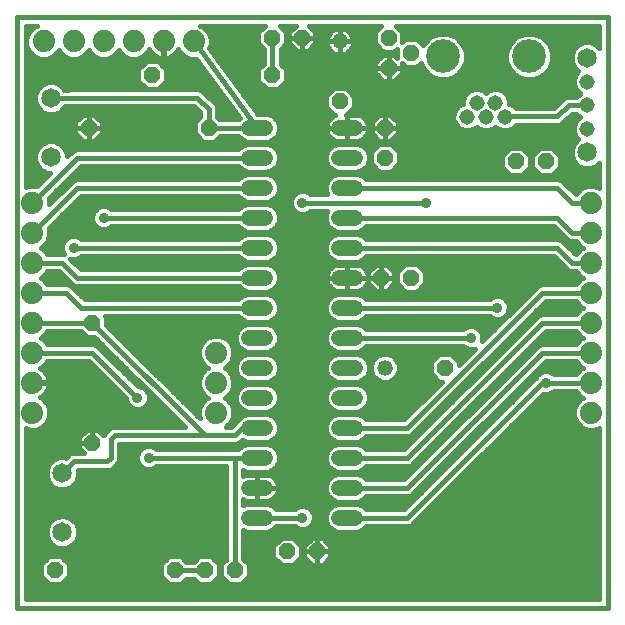
<source format=gtl>
G75*
%MOIN*%
%OFA0B0*%
%FSLAX25Y25*%
%IPPOS*%
%LPD*%
%AMOC8*
5,1,8,0,0,1.08239X$1,22.5*
%
%ADD10C,0.01600*%
%ADD11C,0.05200*%
%ADD12OC8,0.05200*%
%ADD13C,0.07400*%
%ADD14C,0.05200*%
%ADD15C,0.05150*%
%ADD16C,0.11220*%
%ADD17C,0.06496*%
%ADD18C,0.03562*%
D10*
X0021800Y0021800D02*
X0218650Y0021800D01*
X0218650Y0218650D01*
X0021800Y0218650D01*
X0021800Y0021800D01*
X0024600Y0024600D02*
X0024600Y0081542D01*
X0025666Y0081100D01*
X0027934Y0081100D01*
X0030029Y0081968D01*
X0031632Y0083571D01*
X0032500Y0085666D01*
X0032500Y0087934D01*
X0031632Y0090029D01*
X0030029Y0091632D01*
X0029336Y0091919D01*
X0029683Y0092096D01*
X0030383Y0092605D01*
X0030995Y0093217D01*
X0031504Y0093917D01*
X0031897Y0094689D01*
X0032165Y0095512D01*
X0032300Y0096367D01*
X0032300Y0096600D01*
X0027000Y0096600D01*
X0027000Y0097000D01*
X0032300Y0097000D01*
X0032300Y0097233D01*
X0032165Y0098088D01*
X0031897Y0098911D01*
X0031504Y0099683D01*
X0030995Y0100383D01*
X0030383Y0100995D01*
X0029683Y0101504D01*
X0029336Y0101681D01*
X0030029Y0101968D01*
X0031632Y0103571D01*
X0031810Y0104000D01*
X0045640Y0104000D01*
X0058019Y0091621D01*
X0058019Y0091048D01*
X0058595Y0089658D01*
X0059658Y0088595D01*
X0061048Y0088019D01*
X0062552Y0088019D01*
X0063942Y0088595D01*
X0065005Y0089658D01*
X0065581Y0091048D01*
X0065581Y0092552D01*
X0065005Y0093942D01*
X0063942Y0095005D01*
X0062552Y0095581D01*
X0061979Y0095581D01*
X0048386Y0109174D01*
X0047357Y0109600D01*
X0031810Y0109600D01*
X0031632Y0110029D01*
X0030029Y0111632D01*
X0029624Y0111800D01*
X0030029Y0111968D01*
X0031632Y0113571D01*
X0031810Y0114000D01*
X0043095Y0114000D01*
X0044895Y0112200D01*
X0047440Y0112200D01*
X0077540Y0082100D01*
X0053743Y0082100D01*
X0052714Y0081674D01*
X0051926Y0080886D01*
X0050676Y0079636D01*
X0050533Y0079290D01*
X0048623Y0081200D01*
X0046800Y0081200D01*
X0046800Y0076800D01*
X0046800Y0076800D01*
X0046800Y0076800D01*
X0042400Y0076800D01*
X0042400Y0078623D01*
X0044977Y0081200D01*
X0046800Y0081200D01*
X0046800Y0076800D01*
X0042400Y0076800D01*
X0042400Y0074977D01*
X0044027Y0073350D01*
X0040151Y0073350D01*
X0039121Y0072924D01*
X0038334Y0072136D01*
X0038017Y0071819D01*
X0037844Y0071891D01*
X0035756Y0071891D01*
X0033827Y0071092D01*
X0032351Y0069615D01*
X0031552Y0067686D01*
X0031552Y0065599D01*
X0032351Y0063670D01*
X0033827Y0062193D01*
X0035756Y0061394D01*
X0037844Y0061394D01*
X0039773Y0062193D01*
X0041249Y0063670D01*
X0042048Y0065599D01*
X0042048Y0067686D01*
X0042022Y0067750D01*
X0052357Y0067750D01*
X0053386Y0068176D01*
X0054636Y0069426D01*
X0055424Y0070214D01*
X0055850Y0071243D01*
X0055850Y0076500D01*
X0094857Y0076500D01*
X0095886Y0076926D01*
X0096782Y0077822D01*
X0098285Y0077200D01*
X0105315Y0077200D01*
X0107006Y0077900D01*
X0108300Y0079194D01*
X0109000Y0080885D01*
X0109000Y0082715D01*
X0108300Y0084406D01*
X0107006Y0085700D01*
X0105315Y0086400D01*
X0098285Y0086400D01*
X0096594Y0085700D01*
X0095300Y0084406D01*
X0095197Y0084157D01*
X0094426Y0083386D01*
X0093140Y0082100D01*
X0091411Y0082100D01*
X0092882Y0083571D01*
X0093750Y0085666D01*
X0093750Y0087934D01*
X0092882Y0090029D01*
X0091279Y0091632D01*
X0090874Y0091800D01*
X0091279Y0091968D01*
X0092882Y0093571D01*
X0093750Y0095666D01*
X0093750Y0097934D01*
X0092882Y0100029D01*
X0091279Y0101632D01*
X0090874Y0101800D01*
X0091279Y0101968D01*
X0092882Y0103571D01*
X0093750Y0105666D01*
X0093750Y0107934D01*
X0092882Y0110029D01*
X0091279Y0111632D01*
X0089184Y0112500D01*
X0086916Y0112500D01*
X0084821Y0111632D01*
X0083218Y0110029D01*
X0082350Y0107934D01*
X0082350Y0105666D01*
X0083218Y0103571D01*
X0084821Y0101968D01*
X0085226Y0101800D01*
X0084821Y0101632D01*
X0083218Y0100029D01*
X0082350Y0097934D01*
X0082350Y0095666D01*
X0083218Y0093571D01*
X0084821Y0091968D01*
X0085226Y0091800D01*
X0084821Y0091632D01*
X0083218Y0090029D01*
X0082350Y0087934D01*
X0082350Y0085666D01*
X0082673Y0084887D01*
X0051400Y0116160D01*
X0051400Y0118705D01*
X0051105Y0119000D01*
X0095495Y0119000D01*
X0096594Y0117900D01*
X0098285Y0117200D01*
X0105315Y0117200D01*
X0107006Y0117900D01*
X0108300Y0119194D01*
X0109000Y0120885D01*
X0109000Y0122715D01*
X0108300Y0124406D01*
X0107006Y0125700D01*
X0105315Y0126400D01*
X0098285Y0126400D01*
X0096594Y0125700D01*
X0095495Y0124600D01*
X0044210Y0124600D01*
X0040424Y0128386D01*
X0039636Y0129174D01*
X0038607Y0129600D01*
X0031810Y0129600D01*
X0031632Y0130029D01*
X0030029Y0131632D01*
X0029624Y0131800D01*
X0030029Y0131968D01*
X0031632Y0133571D01*
X0031810Y0134000D01*
X0035640Y0134000D01*
X0040214Y0129426D01*
X0041243Y0129000D01*
X0095495Y0129000D01*
X0096594Y0127900D01*
X0098285Y0127200D01*
X0105315Y0127200D01*
X0107006Y0127900D01*
X0108300Y0129194D01*
X0109000Y0130885D01*
X0109000Y0132715D01*
X0108300Y0134406D01*
X0107006Y0135700D01*
X0105315Y0136400D01*
X0098285Y0136400D01*
X0096594Y0135700D01*
X0095495Y0134600D01*
X0042960Y0134600D01*
X0039359Y0138201D01*
X0039798Y0138019D01*
X0041302Y0138019D01*
X0042692Y0138595D01*
X0043097Y0139000D01*
X0095495Y0139000D01*
X0096594Y0137900D01*
X0098285Y0137200D01*
X0105315Y0137200D01*
X0107006Y0137900D01*
X0108300Y0139194D01*
X0109000Y0140885D01*
X0109000Y0142715D01*
X0108300Y0144406D01*
X0107006Y0145700D01*
X0105315Y0146400D01*
X0098285Y0146400D01*
X0096594Y0145700D01*
X0095495Y0144600D01*
X0043097Y0144600D01*
X0042692Y0145005D01*
X0041302Y0145581D01*
X0039798Y0145581D01*
X0038408Y0145005D01*
X0037345Y0143942D01*
X0036769Y0142552D01*
X0036769Y0141048D01*
X0037345Y0139658D01*
X0037435Y0139568D01*
X0037357Y0139600D01*
X0031810Y0139600D01*
X0031632Y0140029D01*
X0030029Y0141632D01*
X0029624Y0141800D01*
X0030029Y0141968D01*
X0031632Y0143571D01*
X0032500Y0145666D01*
X0032500Y0147934D01*
X0032322Y0148363D01*
X0042960Y0159000D01*
X0095495Y0159000D01*
X0096594Y0157900D01*
X0098285Y0157200D01*
X0105315Y0157200D01*
X0107006Y0157900D01*
X0108300Y0159194D01*
X0109000Y0160885D01*
X0109000Y0162715D01*
X0108300Y0164406D01*
X0107006Y0165700D01*
X0105315Y0166400D01*
X0098285Y0166400D01*
X0096594Y0165700D01*
X0095495Y0164600D01*
X0041243Y0164600D01*
X0040214Y0164174D01*
X0032500Y0156460D01*
X0032500Y0157934D01*
X0032322Y0158363D01*
X0042960Y0169000D01*
X0095495Y0169000D01*
X0096594Y0167900D01*
X0098285Y0167200D01*
X0105315Y0167200D01*
X0107006Y0167900D01*
X0108300Y0169194D01*
X0109000Y0170885D01*
X0109000Y0172715D01*
X0108300Y0174406D01*
X0107006Y0175700D01*
X0105315Y0176400D01*
X0098285Y0176400D01*
X0096594Y0175700D01*
X0095495Y0174600D01*
X0041243Y0174600D01*
X0040214Y0174174D01*
X0038298Y0172258D01*
X0038298Y0173001D01*
X0037499Y0174930D01*
X0036023Y0176407D01*
X0034094Y0177205D01*
X0032006Y0177205D01*
X0030077Y0176407D01*
X0028601Y0174930D01*
X0027802Y0173001D01*
X0027802Y0170914D01*
X0028601Y0168985D01*
X0030077Y0167508D01*
X0032006Y0166709D01*
X0032750Y0166709D01*
X0028363Y0162322D01*
X0027934Y0162500D01*
X0025666Y0162500D01*
X0024600Y0162058D01*
X0024600Y0215850D01*
X0028452Y0215850D01*
X0027321Y0215382D01*
X0025718Y0213779D01*
X0024850Y0211684D01*
X0024850Y0209416D01*
X0025718Y0207321D01*
X0027321Y0205718D01*
X0029416Y0204850D01*
X0031684Y0204850D01*
X0033779Y0205718D01*
X0035382Y0207321D01*
X0035550Y0207726D01*
X0035718Y0207321D01*
X0037321Y0205718D01*
X0039416Y0204850D01*
X0041684Y0204850D01*
X0043779Y0205718D01*
X0045382Y0207321D01*
X0045550Y0207726D01*
X0045718Y0207321D01*
X0047321Y0205718D01*
X0049416Y0204850D01*
X0051684Y0204850D01*
X0053779Y0205718D01*
X0055382Y0207321D01*
X0055550Y0207726D01*
X0055718Y0207321D01*
X0057321Y0205718D01*
X0059416Y0204850D01*
X0061684Y0204850D01*
X0063779Y0205718D01*
X0065382Y0207321D01*
X0065669Y0208014D01*
X0065846Y0207667D01*
X0066355Y0206967D01*
X0066967Y0206355D01*
X0067667Y0205846D01*
X0068439Y0205453D01*
X0069262Y0205185D01*
X0070117Y0205050D01*
X0070350Y0205050D01*
X0070350Y0210350D01*
X0070750Y0210350D01*
X0070750Y0205050D01*
X0070983Y0205050D01*
X0071838Y0205185D01*
X0072661Y0205453D01*
X0073433Y0205846D01*
X0074133Y0206355D01*
X0074745Y0206967D01*
X0075254Y0207667D01*
X0075431Y0208014D01*
X0075718Y0207321D01*
X0077321Y0205718D01*
X0079416Y0204850D01*
X0081281Y0204850D01*
X0095928Y0185034D01*
X0095495Y0184600D01*
X0089255Y0184600D01*
X0088350Y0185505D01*
X0088350Y0188607D01*
X0087924Y0189636D01*
X0084174Y0193386D01*
X0083386Y0194174D01*
X0082357Y0194600D01*
X0042173Y0194600D01*
X0042148Y0194610D01*
X0041617Y0194600D01*
X0041086Y0194600D01*
X0041061Y0194590D01*
X0037536Y0194525D01*
X0037499Y0194615D01*
X0036023Y0196092D01*
X0034094Y0196891D01*
X0032006Y0196891D01*
X0030077Y0196092D01*
X0028601Y0194615D01*
X0027802Y0192686D01*
X0027802Y0190599D01*
X0028601Y0188670D01*
X0030077Y0187193D01*
X0032006Y0186394D01*
X0034094Y0186394D01*
X0036023Y0187193D01*
X0037499Y0188670D01*
X0037605Y0188926D01*
X0041668Y0189000D01*
X0080640Y0189000D01*
X0082750Y0186890D01*
X0082750Y0185505D01*
X0080950Y0183705D01*
X0080950Y0179895D01*
X0083645Y0177200D01*
X0087455Y0177200D01*
X0089255Y0179000D01*
X0095495Y0179000D01*
X0096594Y0177900D01*
X0098285Y0177200D01*
X0105315Y0177200D01*
X0107006Y0177900D01*
X0108300Y0179194D01*
X0109000Y0180885D01*
X0109000Y0182715D01*
X0108300Y0184406D01*
X0107006Y0185700D01*
X0105315Y0186400D01*
X0101882Y0186400D01*
X0085754Y0208220D01*
X0086250Y0209416D01*
X0086250Y0211684D01*
X0085382Y0213779D01*
X0083779Y0215382D01*
X0082648Y0215850D01*
X0104345Y0215850D01*
X0102200Y0213705D01*
X0102200Y0209895D01*
X0104000Y0208095D01*
X0104000Y0203005D01*
X0102200Y0201205D01*
X0102200Y0197395D01*
X0104895Y0194700D01*
X0108705Y0194700D01*
X0111400Y0197395D01*
X0111400Y0201205D01*
X0109600Y0203005D01*
X0109600Y0208095D01*
X0111400Y0209895D01*
X0111400Y0213705D01*
X0109255Y0215850D01*
X0114628Y0215850D01*
X0112400Y0213623D01*
X0112400Y0211800D01*
X0116800Y0211800D01*
X0121200Y0211800D01*
X0121200Y0213623D01*
X0118972Y0215850D01*
X0143095Y0215850D01*
X0140950Y0213705D01*
X0140950Y0209895D01*
X0143645Y0207200D01*
X0147455Y0207200D01*
X0148450Y0208195D01*
X0148450Y0205123D01*
X0147373Y0206200D01*
X0145550Y0206200D01*
X0145550Y0201800D01*
X0149950Y0201800D01*
X0149950Y0203395D01*
X0151145Y0202200D01*
X0154955Y0202200D01*
X0156281Y0203526D01*
X0157228Y0201239D01*
X0159369Y0199098D01*
X0162166Y0197940D01*
X0165194Y0197940D01*
X0167991Y0199098D01*
X0170132Y0201239D01*
X0171290Y0204036D01*
X0171290Y0207064D01*
X0170132Y0209861D01*
X0167991Y0212002D01*
X0165194Y0213160D01*
X0162166Y0213160D01*
X0159369Y0212002D01*
X0157228Y0209861D01*
X0157013Y0209342D01*
X0154955Y0211400D01*
X0151145Y0211400D01*
X0150150Y0210405D01*
X0150150Y0213705D01*
X0148005Y0215850D01*
X0215850Y0215850D01*
X0215850Y0208419D01*
X0214773Y0209497D01*
X0212844Y0210296D01*
X0210756Y0210296D01*
X0208827Y0209497D01*
X0207351Y0208021D01*
X0206552Y0206092D01*
X0206552Y0204004D01*
X0207351Y0202075D01*
X0208791Y0200635D01*
X0207922Y0199765D01*
X0207225Y0198084D01*
X0207225Y0196264D01*
X0207922Y0194583D01*
X0209209Y0193296D01*
X0209350Y0193237D01*
X0209209Y0193178D01*
X0208130Y0192100D01*
X0204993Y0192100D01*
X0203964Y0191674D01*
X0200640Y0188350D01*
X0187940Y0188350D01*
X0186941Y0189350D01*
X0185774Y0189833D01*
X0185774Y0191106D01*
X0185078Y0192787D01*
X0183791Y0194074D01*
X0182110Y0194770D01*
X0180290Y0194770D01*
X0178608Y0194074D01*
X0178050Y0193516D01*
X0177492Y0194074D01*
X0175810Y0194770D01*
X0173990Y0194770D01*
X0172309Y0194074D01*
X0171022Y0192787D01*
X0170326Y0191106D01*
X0170326Y0189833D01*
X0169159Y0189350D01*
X0167872Y0188063D01*
X0167176Y0186381D01*
X0167176Y0184561D01*
X0167872Y0182880D01*
X0169159Y0181593D01*
X0170841Y0180896D01*
X0172661Y0180896D01*
X0174342Y0181593D01*
X0174900Y0182151D01*
X0175459Y0181593D01*
X0177140Y0180896D01*
X0178960Y0180896D01*
X0180641Y0181593D01*
X0181200Y0182151D01*
X0181758Y0181593D01*
X0183439Y0180896D01*
X0185259Y0180896D01*
X0186941Y0181593D01*
X0188098Y0182750D01*
X0202357Y0182750D01*
X0203386Y0183176D01*
X0204174Y0183964D01*
X0206710Y0186500D01*
X0208130Y0186500D01*
X0209209Y0185422D01*
X0209350Y0185363D01*
X0209209Y0185304D01*
X0207922Y0184017D01*
X0207225Y0182336D01*
X0207225Y0180516D01*
X0207922Y0178835D01*
X0208791Y0177965D01*
X0207351Y0176525D01*
X0206552Y0174596D01*
X0206552Y0172508D01*
X0207351Y0170579D01*
X0208827Y0169103D01*
X0210756Y0168304D01*
X0212844Y0168304D01*
X0214773Y0169103D01*
X0215850Y0170181D01*
X0215850Y0161810D01*
X0214184Y0162500D01*
X0211916Y0162500D01*
X0209821Y0161632D01*
X0208218Y0160029D01*
X0208040Y0159600D01*
X0207960Y0159600D01*
X0204174Y0163386D01*
X0203386Y0164174D01*
X0202357Y0164600D01*
X0138105Y0164600D01*
X0137006Y0165700D01*
X0135315Y0166400D01*
X0128285Y0166400D01*
X0126594Y0165700D01*
X0125300Y0164406D01*
X0124600Y0162715D01*
X0124600Y0160885D01*
X0125132Y0159600D01*
X0119347Y0159600D01*
X0118942Y0160005D01*
X0117552Y0160581D01*
X0116048Y0160581D01*
X0114658Y0160005D01*
X0113595Y0158942D01*
X0113019Y0157552D01*
X0113019Y0156048D01*
X0113595Y0154658D01*
X0114658Y0153595D01*
X0116048Y0153019D01*
X0117552Y0153019D01*
X0118942Y0153595D01*
X0119347Y0154000D01*
X0125132Y0154000D01*
X0124600Y0152715D01*
X0124600Y0150885D01*
X0125300Y0149194D01*
X0126594Y0147900D01*
X0128285Y0147200D01*
X0135315Y0147200D01*
X0137006Y0147900D01*
X0138105Y0149000D01*
X0200640Y0149000D01*
X0205214Y0144426D01*
X0206243Y0144000D01*
X0208040Y0144000D01*
X0208218Y0143571D01*
X0209821Y0141968D01*
X0210226Y0141800D01*
X0209821Y0141632D01*
X0208218Y0140029D01*
X0208040Y0139600D01*
X0207960Y0139600D01*
X0204174Y0143386D01*
X0203386Y0144174D01*
X0202357Y0144600D01*
X0138105Y0144600D01*
X0137006Y0145700D01*
X0135315Y0146400D01*
X0128285Y0146400D01*
X0126594Y0145700D01*
X0125300Y0144406D01*
X0124600Y0142715D01*
X0124600Y0140885D01*
X0125300Y0139194D01*
X0126594Y0137900D01*
X0128285Y0137200D01*
X0135315Y0137200D01*
X0137006Y0137900D01*
X0138105Y0139000D01*
X0200640Y0139000D01*
X0204426Y0135214D01*
X0205214Y0134426D01*
X0206243Y0134000D01*
X0208040Y0134000D01*
X0208218Y0133571D01*
X0209821Y0131968D01*
X0210226Y0131800D01*
X0209821Y0131632D01*
X0208218Y0130029D01*
X0208040Y0129600D01*
X0196243Y0129600D01*
X0195214Y0129174D01*
X0176649Y0110609D01*
X0176831Y0111048D01*
X0176831Y0112552D01*
X0176255Y0113942D01*
X0175192Y0115005D01*
X0173802Y0115581D01*
X0172298Y0115581D01*
X0170908Y0115005D01*
X0170503Y0114600D01*
X0138105Y0114600D01*
X0137006Y0115700D01*
X0135315Y0116400D01*
X0128285Y0116400D01*
X0126594Y0115700D01*
X0125300Y0114406D01*
X0124600Y0112715D01*
X0124600Y0110885D01*
X0125300Y0109194D01*
X0126594Y0107900D01*
X0128285Y0107200D01*
X0135315Y0107200D01*
X0137006Y0107900D01*
X0138105Y0109000D01*
X0170503Y0109000D01*
X0170908Y0108595D01*
X0172298Y0108019D01*
X0173802Y0108019D01*
X0174241Y0108201D01*
X0168900Y0102860D01*
X0168900Y0103705D01*
X0166205Y0106400D01*
X0162395Y0106400D01*
X0159700Y0103705D01*
X0159700Y0099895D01*
X0162395Y0097200D01*
X0163240Y0097200D01*
X0150640Y0084600D01*
X0138105Y0084600D01*
X0137006Y0085700D01*
X0135315Y0086400D01*
X0128285Y0086400D01*
X0126594Y0085700D01*
X0125300Y0084406D01*
X0124600Y0082715D01*
X0124600Y0080885D01*
X0125300Y0079194D01*
X0126594Y0077900D01*
X0128285Y0077200D01*
X0135315Y0077200D01*
X0137006Y0077900D01*
X0138105Y0079000D01*
X0152357Y0079000D01*
X0153386Y0079426D01*
X0154174Y0080214D01*
X0197960Y0124000D01*
X0208040Y0124000D01*
X0208218Y0123571D01*
X0209821Y0121968D01*
X0210226Y0121800D01*
X0209821Y0121632D01*
X0208218Y0120029D01*
X0208040Y0119600D01*
X0196243Y0119600D01*
X0195214Y0119174D01*
X0150640Y0074600D01*
X0138105Y0074600D01*
X0137006Y0075700D01*
X0135315Y0076400D01*
X0128285Y0076400D01*
X0126594Y0075700D01*
X0125300Y0074406D01*
X0124600Y0072715D01*
X0124600Y0070885D01*
X0125300Y0069194D01*
X0126594Y0067900D01*
X0128285Y0067200D01*
X0135315Y0067200D01*
X0137006Y0067900D01*
X0138105Y0069000D01*
X0152357Y0069000D01*
X0153386Y0069426D01*
X0154174Y0070214D01*
X0197960Y0114000D01*
X0208040Y0114000D01*
X0208218Y0113571D01*
X0209821Y0111968D01*
X0210226Y0111800D01*
X0209821Y0111632D01*
X0208218Y0110029D01*
X0208040Y0109600D01*
X0196243Y0109600D01*
X0195214Y0109174D01*
X0150640Y0064600D01*
X0138105Y0064600D01*
X0137006Y0065700D01*
X0135315Y0066400D01*
X0128285Y0066400D01*
X0126594Y0065700D01*
X0125300Y0064406D01*
X0124600Y0062715D01*
X0124600Y0060885D01*
X0125300Y0059194D01*
X0126594Y0057900D01*
X0128285Y0057200D01*
X0135315Y0057200D01*
X0137006Y0057900D01*
X0138105Y0059000D01*
X0152357Y0059000D01*
X0153386Y0059426D01*
X0154174Y0060214D01*
X0197960Y0104000D01*
X0208040Y0104000D01*
X0208218Y0103571D01*
X0209821Y0101968D01*
X0210226Y0101800D01*
X0209821Y0101632D01*
X0208218Y0100029D01*
X0208040Y0099600D01*
X0200597Y0099600D01*
X0200192Y0100005D01*
X0198802Y0100581D01*
X0197298Y0100581D01*
X0195908Y0100005D01*
X0194845Y0098942D01*
X0194747Y0098707D01*
X0150640Y0054600D01*
X0138105Y0054600D01*
X0137006Y0055700D01*
X0135315Y0056400D01*
X0128285Y0056400D01*
X0126594Y0055700D01*
X0125300Y0054406D01*
X0124600Y0052715D01*
X0124600Y0050885D01*
X0125300Y0049194D01*
X0126594Y0047900D01*
X0128285Y0047200D01*
X0135315Y0047200D01*
X0137006Y0047900D01*
X0138105Y0049000D01*
X0152357Y0049000D01*
X0153386Y0049426D01*
X0154174Y0050214D01*
X0197072Y0093112D01*
X0197298Y0093019D01*
X0198802Y0093019D01*
X0200192Y0093595D01*
X0200597Y0094000D01*
X0208040Y0094000D01*
X0208218Y0093571D01*
X0209821Y0091968D01*
X0210226Y0091800D01*
X0209821Y0091632D01*
X0208218Y0090029D01*
X0207350Y0087934D01*
X0207350Y0085666D01*
X0208218Y0083571D01*
X0209821Y0081968D01*
X0211916Y0081100D01*
X0214184Y0081100D01*
X0215850Y0081790D01*
X0215850Y0024600D01*
X0024600Y0024600D01*
X0024600Y0024997D02*
X0215850Y0024997D01*
X0215850Y0026596D02*
X0024600Y0026596D01*
X0024600Y0028194D02*
X0215850Y0028194D01*
X0215850Y0029793D02*
X0096298Y0029793D01*
X0096205Y0029700D02*
X0098900Y0032395D01*
X0098900Y0036205D01*
X0097100Y0038005D01*
X0097100Y0047691D01*
X0098285Y0047200D01*
X0105315Y0047200D01*
X0107006Y0047900D01*
X0108105Y0049000D01*
X0114253Y0049000D01*
X0114658Y0048595D01*
X0116048Y0048019D01*
X0117552Y0048019D01*
X0118942Y0048595D01*
X0120005Y0049658D01*
X0120581Y0051048D01*
X0120581Y0052552D01*
X0120005Y0053942D01*
X0118942Y0055005D01*
X0117552Y0055581D01*
X0116048Y0055581D01*
X0114658Y0055005D01*
X0114253Y0054600D01*
X0108105Y0054600D01*
X0107006Y0055700D01*
X0105315Y0056400D01*
X0098285Y0056400D01*
X0097100Y0055909D01*
X0097100Y0057932D01*
X0097511Y0057722D01*
X0098170Y0057508D01*
X0098854Y0057400D01*
X0101800Y0057400D01*
X0104746Y0057400D01*
X0105430Y0057508D01*
X0106089Y0057722D01*
X0106706Y0058037D01*
X0107266Y0058444D01*
X0107756Y0058934D01*
X0108163Y0059494D01*
X0108478Y0060111D01*
X0108692Y0060770D01*
X0108800Y0061454D01*
X0108800Y0061800D01*
X0108800Y0062146D01*
X0108692Y0062830D01*
X0108478Y0063489D01*
X0108163Y0064106D01*
X0107756Y0064666D01*
X0107266Y0065156D01*
X0106706Y0065563D01*
X0106089Y0065878D01*
X0105430Y0066092D01*
X0104746Y0066200D01*
X0101800Y0066200D01*
X0101800Y0061800D01*
X0101800Y0061800D01*
X0108800Y0061800D01*
X0101800Y0061800D01*
X0101800Y0061800D01*
X0101800Y0066200D01*
X0098854Y0066200D01*
X0098170Y0066092D01*
X0097511Y0065878D01*
X0097100Y0065668D01*
X0097100Y0067691D01*
X0098285Y0067200D01*
X0105315Y0067200D01*
X0107006Y0067900D01*
X0108300Y0069194D01*
X0109000Y0070885D01*
X0109000Y0072715D01*
X0108300Y0074406D01*
X0107006Y0075700D01*
X0105315Y0076400D01*
X0098285Y0076400D01*
X0096594Y0075700D01*
X0095495Y0074600D01*
X0068097Y0074600D01*
X0067692Y0075005D01*
X0066302Y0075581D01*
X0064798Y0075581D01*
X0063408Y0075005D01*
X0062345Y0073942D01*
X0061769Y0072552D01*
X0061769Y0071048D01*
X0062345Y0069658D01*
X0063408Y0068595D01*
X0064798Y0068019D01*
X0066302Y0068019D01*
X0067692Y0068595D01*
X0068097Y0069000D01*
X0091500Y0069000D01*
X0091500Y0038005D01*
X0089700Y0036205D01*
X0089700Y0032395D01*
X0092395Y0029700D01*
X0096205Y0029700D01*
X0097896Y0031391D02*
X0215850Y0031391D01*
X0215850Y0032990D02*
X0098900Y0032990D01*
X0098900Y0034588D02*
X0215850Y0034588D01*
X0215850Y0036187D02*
X0123659Y0036187D01*
X0123623Y0036150D02*
X0126200Y0038727D01*
X0126200Y0040550D01*
X0126200Y0042373D01*
X0123623Y0044950D01*
X0121800Y0044950D01*
X0121800Y0040550D01*
X0126200Y0040550D01*
X0121800Y0040550D01*
X0121800Y0040550D01*
X0121800Y0040550D01*
X0121800Y0036150D01*
X0123623Y0036150D01*
X0121800Y0036150D02*
X0121800Y0040550D01*
X0121800Y0040550D01*
X0121800Y0040550D01*
X0117400Y0040550D01*
X0117400Y0042373D01*
X0119977Y0044950D01*
X0121800Y0044950D01*
X0121800Y0040550D01*
X0117400Y0040550D01*
X0117400Y0038727D01*
X0119977Y0036150D01*
X0121800Y0036150D01*
X0121800Y0036187D02*
X0121800Y0036187D01*
X0121800Y0037785D02*
X0121800Y0037785D01*
X0121800Y0039384D02*
X0121800Y0039384D01*
X0121800Y0040982D02*
X0121800Y0040982D01*
X0121800Y0042581D02*
X0121800Y0042581D01*
X0121800Y0044179D02*
X0121800Y0044179D01*
X0124393Y0044179D02*
X0215850Y0044179D01*
X0215850Y0042581D02*
X0125992Y0042581D01*
X0126200Y0040982D02*
X0215850Y0040982D01*
X0215850Y0039384D02*
X0126200Y0039384D01*
X0125258Y0037785D02*
X0215850Y0037785D01*
X0215850Y0045778D02*
X0097100Y0045778D01*
X0097100Y0047376D02*
X0097860Y0047376D01*
X0097100Y0044179D02*
X0108924Y0044179D01*
X0109895Y0045150D02*
X0107200Y0042455D01*
X0107200Y0038645D01*
X0109895Y0035950D01*
X0113705Y0035950D01*
X0116400Y0038645D01*
X0116400Y0042455D01*
X0113705Y0045150D01*
X0109895Y0045150D01*
X0107325Y0042581D02*
X0097100Y0042581D01*
X0097100Y0040982D02*
X0107200Y0040982D01*
X0107200Y0039384D02*
X0097100Y0039384D01*
X0097320Y0037785D02*
X0108059Y0037785D01*
X0109658Y0036187D02*
X0098900Y0036187D01*
X0094300Y0034300D02*
X0094300Y0071800D01*
X0101800Y0071800D01*
X0065550Y0071800D01*
X0062954Y0074551D02*
X0055850Y0074551D01*
X0055850Y0076149D02*
X0097680Y0076149D01*
X0096962Y0077748D02*
X0096708Y0077748D01*
X0094300Y0079300D02*
X0096800Y0081800D01*
X0101800Y0081800D01*
X0106638Y0077748D02*
X0126962Y0077748D01*
X0127680Y0076149D02*
X0105920Y0076149D01*
X0108154Y0074551D02*
X0125445Y0074551D01*
X0124698Y0072952D02*
X0108902Y0072952D01*
X0109000Y0071354D02*
X0124600Y0071354D01*
X0125068Y0069755D02*
X0108532Y0069755D01*
X0107262Y0068157D02*
X0126338Y0068157D01*
X0125854Y0064960D02*
X0107463Y0064960D01*
X0108519Y0063361D02*
X0124868Y0063361D01*
X0124600Y0061763D02*
X0108800Y0061763D01*
X0108495Y0060164D02*
X0124899Y0060164D01*
X0125929Y0058566D02*
X0107388Y0058566D01*
X0107337Y0055369D02*
X0115535Y0055369D01*
X0118065Y0055369D02*
X0126263Y0055369D01*
X0125037Y0053770D02*
X0120077Y0053770D01*
X0120581Y0052172D02*
X0124600Y0052172D01*
X0124729Y0050573D02*
X0120384Y0050573D01*
X0119322Y0048975D02*
X0125520Y0048975D01*
X0127860Y0047376D02*
X0105740Y0047376D01*
X0108080Y0048975D02*
X0114278Y0048975D01*
X0116800Y0051800D02*
X0101800Y0051800D01*
X0101800Y0057400D02*
X0101800Y0061800D01*
X0101800Y0061800D01*
X0101800Y0057400D01*
X0101800Y0058566D02*
X0101800Y0058566D01*
X0101800Y0060164D02*
X0101800Y0060164D01*
X0101800Y0061763D02*
X0101800Y0061763D01*
X0101800Y0063361D02*
X0101800Y0063361D01*
X0101800Y0064960D02*
X0101800Y0064960D01*
X0097100Y0066558D02*
X0152599Y0066558D01*
X0154197Y0068157D02*
X0137262Y0068157D01*
X0137746Y0064960D02*
X0151000Y0064960D01*
X0151800Y0061800D02*
X0131800Y0061800D01*
X0137671Y0058566D02*
X0154606Y0058566D01*
X0154124Y0060164D02*
X0156204Y0060164D01*
X0155723Y0061763D02*
X0157803Y0061763D01*
X0157321Y0063361D02*
X0159402Y0063361D01*
X0158920Y0064960D02*
X0161000Y0064960D01*
X0160518Y0066558D02*
X0162599Y0066558D01*
X0162117Y0068157D02*
X0164197Y0068157D01*
X0163715Y0069755D02*
X0165796Y0069755D01*
X0165314Y0071354D02*
X0167394Y0071354D01*
X0166912Y0072952D02*
X0168993Y0072952D01*
X0168511Y0074551D02*
X0170591Y0074551D01*
X0170109Y0076149D02*
X0172190Y0076149D01*
X0171708Y0077748D02*
X0173788Y0077748D01*
X0173306Y0079346D02*
X0175387Y0079346D01*
X0174905Y0080945D02*
X0176985Y0080945D01*
X0176503Y0082543D02*
X0178584Y0082543D01*
X0178102Y0084142D02*
X0180182Y0084142D01*
X0179700Y0085740D02*
X0181781Y0085740D01*
X0181299Y0087339D02*
X0183379Y0087339D01*
X0182897Y0088937D02*
X0184978Y0088937D01*
X0184496Y0090536D02*
X0186576Y0090536D01*
X0186094Y0092134D02*
X0188175Y0092134D01*
X0187693Y0093733D02*
X0189773Y0093733D01*
X0189291Y0095332D02*
X0191372Y0095332D01*
X0190890Y0096930D02*
X0192970Y0096930D01*
X0192488Y0098529D02*
X0194569Y0098529D01*
X0194087Y0100127D02*
X0196202Y0100127D01*
X0195685Y0101726D02*
X0210047Y0101726D01*
X0208465Y0103324D02*
X0197284Y0103324D01*
X0199898Y0100127D02*
X0208316Y0100127D01*
X0213050Y0096800D02*
X0198050Y0096800D01*
X0196800Y0096800D01*
X0151800Y0051800D01*
X0131800Y0051800D01*
X0135740Y0047376D02*
X0215850Y0047376D01*
X0215850Y0048975D02*
X0138080Y0048975D01*
X0137337Y0055369D02*
X0151409Y0055369D01*
X0153007Y0056967D02*
X0097100Y0056967D01*
X0091500Y0056967D02*
X0024600Y0056967D01*
X0024600Y0055369D02*
X0091500Y0055369D01*
X0091500Y0053770D02*
X0024600Y0053770D01*
X0024600Y0052172D02*
X0035675Y0052172D01*
X0035756Y0052205D02*
X0033827Y0051407D01*
X0032351Y0049930D01*
X0031552Y0048001D01*
X0031552Y0045914D01*
X0032351Y0043985D01*
X0033827Y0042508D01*
X0035756Y0041709D01*
X0037844Y0041709D01*
X0039773Y0042508D01*
X0041249Y0043985D01*
X0042048Y0045914D01*
X0042048Y0048001D01*
X0041249Y0049930D01*
X0039773Y0051407D01*
X0037844Y0052205D01*
X0035756Y0052205D01*
X0037925Y0052172D02*
X0091500Y0052172D01*
X0091500Y0050573D02*
X0040606Y0050573D01*
X0041645Y0048975D02*
X0091500Y0048975D01*
X0091500Y0047376D02*
X0042048Y0047376D01*
X0041992Y0045778D02*
X0091500Y0045778D01*
X0091500Y0044179D02*
X0041330Y0044179D01*
X0039845Y0042581D02*
X0091500Y0042581D01*
X0091500Y0040982D02*
X0024600Y0040982D01*
X0024600Y0039384D02*
X0091500Y0039384D01*
X0091280Y0037785D02*
X0087320Y0037785D01*
X0086205Y0038900D02*
X0082395Y0038900D01*
X0080595Y0037100D01*
X0078005Y0037100D01*
X0076205Y0038900D01*
X0072395Y0038900D01*
X0069700Y0036205D01*
X0069700Y0032395D01*
X0072395Y0029700D01*
X0076205Y0029700D01*
X0078005Y0031500D01*
X0080595Y0031500D01*
X0082395Y0029700D01*
X0086205Y0029700D01*
X0088900Y0032395D01*
X0088900Y0036205D01*
X0086205Y0038900D01*
X0081280Y0037785D02*
X0077320Y0037785D01*
X0074300Y0034300D02*
X0084300Y0034300D01*
X0087896Y0031391D02*
X0090704Y0031391D01*
X0089700Y0032990D02*
X0088900Y0032990D01*
X0088900Y0034588D02*
X0089700Y0034588D01*
X0089700Y0036187D02*
X0088900Y0036187D01*
X0086298Y0029793D02*
X0092302Y0029793D01*
X0082302Y0029793D02*
X0076298Y0029793D01*
X0077896Y0031391D02*
X0080704Y0031391D01*
X0072302Y0029793D02*
X0036298Y0029793D01*
X0036205Y0029700D02*
X0038900Y0032395D01*
X0038900Y0036205D01*
X0036205Y0038900D01*
X0032395Y0038900D01*
X0029700Y0036205D01*
X0029700Y0032395D01*
X0032395Y0029700D01*
X0036205Y0029700D01*
X0037896Y0031391D02*
X0070704Y0031391D01*
X0069700Y0032990D02*
X0038900Y0032990D01*
X0038900Y0034588D02*
X0069700Y0034588D01*
X0069700Y0036187D02*
X0038900Y0036187D01*
X0037320Y0037785D02*
X0071280Y0037785D01*
X0091500Y0058566D02*
X0024600Y0058566D01*
X0024600Y0060164D02*
X0091500Y0060164D01*
X0091500Y0061763D02*
X0038733Y0061763D01*
X0040941Y0063361D02*
X0091500Y0063361D01*
X0091500Y0064960D02*
X0041783Y0064960D01*
X0042048Y0066558D02*
X0091500Y0066558D01*
X0091500Y0068157D02*
X0066635Y0068157D01*
X0064465Y0068157D02*
X0053339Y0068157D01*
X0054965Y0069755D02*
X0062304Y0069755D01*
X0061769Y0071354D02*
X0055850Y0071354D01*
X0055850Y0072952D02*
X0061935Y0072952D01*
X0054300Y0079300D02*
X0084300Y0079300D01*
X0094300Y0079300D01*
X0093584Y0082543D02*
X0091854Y0082543D01*
X0093119Y0084142D02*
X0095182Y0084142D01*
X0093750Y0085740D02*
X0096693Y0085740D01*
X0097949Y0087339D02*
X0093750Y0087339D01*
X0093334Y0088937D02*
X0095557Y0088937D01*
X0095300Y0089194D02*
X0096594Y0087900D01*
X0098285Y0087200D01*
X0105315Y0087200D01*
X0107006Y0087900D01*
X0108300Y0089194D01*
X0109000Y0090885D01*
X0109000Y0092715D01*
X0108300Y0094406D01*
X0107006Y0095700D01*
X0105315Y0096400D01*
X0098285Y0096400D01*
X0096594Y0095700D01*
X0095300Y0094406D01*
X0094600Y0092715D01*
X0094600Y0090885D01*
X0095300Y0089194D01*
X0094745Y0090536D02*
X0092375Y0090536D01*
X0091446Y0092134D02*
X0094600Y0092134D01*
X0095022Y0093733D02*
X0092949Y0093733D01*
X0093611Y0095332D02*
X0096226Y0095332D01*
X0096594Y0097900D02*
X0098285Y0097200D01*
X0105315Y0097200D01*
X0107006Y0097900D01*
X0108300Y0099194D01*
X0109000Y0100885D01*
X0109000Y0102715D01*
X0108300Y0104406D01*
X0107006Y0105700D01*
X0105315Y0106400D01*
X0098285Y0106400D01*
X0096594Y0105700D01*
X0095300Y0104406D01*
X0094600Y0102715D01*
X0094600Y0100885D01*
X0095300Y0099194D01*
X0096594Y0097900D01*
X0095966Y0098529D02*
X0093504Y0098529D01*
X0093750Y0096930D02*
X0162970Y0096930D01*
X0161372Y0095332D02*
X0137374Y0095332D01*
X0137006Y0095700D02*
X0135315Y0096400D01*
X0128285Y0096400D01*
X0126594Y0095700D01*
X0125300Y0094406D01*
X0124600Y0092715D01*
X0124600Y0090885D01*
X0125300Y0089194D01*
X0126594Y0087900D01*
X0128285Y0087200D01*
X0135315Y0087200D01*
X0137006Y0087900D01*
X0138300Y0089194D01*
X0139000Y0090885D01*
X0139000Y0092715D01*
X0138300Y0094406D01*
X0137006Y0095700D01*
X0137006Y0097900D02*
X0135315Y0097200D01*
X0128285Y0097200D01*
X0126594Y0097900D01*
X0125300Y0099194D01*
X0124600Y0100885D01*
X0124600Y0102715D01*
X0125300Y0104406D01*
X0126594Y0105700D01*
X0128285Y0106400D01*
X0135315Y0106400D01*
X0137006Y0105700D01*
X0138300Y0104406D01*
X0139000Y0102715D01*
X0139000Y0100885D01*
X0138300Y0099194D01*
X0137006Y0097900D01*
X0137634Y0098529D02*
X0141066Y0098529D01*
X0141694Y0097900D02*
X0143385Y0097200D01*
X0145215Y0097200D01*
X0146906Y0097900D01*
X0148200Y0099194D01*
X0148900Y0100885D01*
X0148900Y0102715D01*
X0148200Y0104406D01*
X0146906Y0105700D01*
X0145215Y0106400D01*
X0143385Y0106400D01*
X0141694Y0105700D01*
X0140400Y0104406D01*
X0139700Y0102715D01*
X0139700Y0100885D01*
X0140400Y0099194D01*
X0141694Y0097900D01*
X0140014Y0100127D02*
X0138686Y0100127D01*
X0139000Y0101726D02*
X0139700Y0101726D01*
X0139952Y0103324D02*
X0138748Y0103324D01*
X0137783Y0104923D02*
X0140917Y0104923D01*
X0137225Y0108120D02*
X0172055Y0108120D01*
X0172561Y0106521D02*
X0093750Y0106521D01*
X0093673Y0108120D02*
X0096375Y0108120D01*
X0096594Y0107900D02*
X0098285Y0107200D01*
X0105315Y0107200D01*
X0107006Y0107900D01*
X0108300Y0109194D01*
X0109000Y0110885D01*
X0109000Y0112715D01*
X0108300Y0114406D01*
X0107006Y0115700D01*
X0105315Y0116400D01*
X0098285Y0116400D01*
X0096594Y0115700D01*
X0095300Y0114406D01*
X0094600Y0112715D01*
X0094600Y0110885D01*
X0095300Y0109194D01*
X0096594Y0107900D01*
X0095083Y0109718D02*
X0093011Y0109718D01*
X0091594Y0111317D02*
X0094600Y0111317D01*
X0094683Y0112915D02*
X0054645Y0112915D01*
X0056243Y0111317D02*
X0084506Y0111317D01*
X0083089Y0109718D02*
X0057842Y0109718D01*
X0059440Y0108120D02*
X0082427Y0108120D01*
X0082350Y0106521D02*
X0061039Y0106521D01*
X0062637Y0104923D02*
X0082658Y0104923D01*
X0083465Y0103324D02*
X0064236Y0103324D01*
X0065834Y0101726D02*
X0085047Y0101726D01*
X0083316Y0100127D02*
X0067433Y0100127D01*
X0069031Y0098529D02*
X0082596Y0098529D01*
X0082350Y0096930D02*
X0070630Y0096930D01*
X0072228Y0095332D02*
X0082489Y0095332D01*
X0083151Y0093733D02*
X0073827Y0093733D01*
X0075425Y0092134D02*
X0084654Y0092134D01*
X0083725Y0090536D02*
X0077024Y0090536D01*
X0078622Y0088937D02*
X0082766Y0088937D01*
X0082350Y0087339D02*
X0080221Y0087339D01*
X0081819Y0085740D02*
X0082350Y0085740D01*
X0077097Y0082543D02*
X0030604Y0082543D01*
X0031869Y0084142D02*
X0075498Y0084142D01*
X0073900Y0085740D02*
X0032500Y0085740D01*
X0032500Y0087339D02*
X0072301Y0087339D01*
X0070703Y0088937D02*
X0064285Y0088937D01*
X0065369Y0090536D02*
X0069104Y0090536D01*
X0067506Y0092134D02*
X0065581Y0092134D01*
X0065907Y0093733D02*
X0065092Y0093733D01*
X0064309Y0095332D02*
X0063155Y0095332D01*
X0062710Y0096930D02*
X0060630Y0096930D01*
X0061112Y0098529D02*
X0059031Y0098529D01*
X0059513Y0100127D02*
X0057433Y0100127D01*
X0057915Y0101726D02*
X0055834Y0101726D01*
X0056316Y0103324D02*
X0054236Y0103324D01*
X0054718Y0104923D02*
X0052637Y0104923D01*
X0053119Y0106521D02*
X0051039Y0106521D01*
X0051521Y0108120D02*
X0049440Y0108120D01*
X0049922Y0109718D02*
X0031761Y0109718D01*
X0030344Y0111317D02*
X0048324Y0111317D01*
X0046800Y0106800D02*
X0061800Y0091800D01*
X0059315Y0088937D02*
X0032084Y0088937D01*
X0031125Y0090536D02*
X0058231Y0090536D01*
X0057506Y0092134D02*
X0029736Y0092134D01*
X0031370Y0093733D02*
X0055907Y0093733D01*
X0054309Y0095332D02*
X0032106Y0095332D01*
X0032021Y0098529D02*
X0051112Y0098529D01*
X0049513Y0100127D02*
X0031181Y0100127D01*
X0029444Y0101726D02*
X0047915Y0101726D01*
X0046316Y0103324D02*
X0031385Y0103324D01*
X0026800Y0106800D02*
X0046800Y0106800D01*
X0044179Y0112915D02*
X0030976Y0112915D01*
X0026800Y0116800D02*
X0046800Y0116800D01*
X0084300Y0079300D01*
X0092784Y0100127D02*
X0094914Y0100127D01*
X0094600Y0101726D02*
X0091053Y0101726D01*
X0092635Y0103324D02*
X0094852Y0103324D01*
X0095817Y0104923D02*
X0093442Y0104923D01*
X0095408Y0114514D02*
X0053046Y0114514D01*
X0051448Y0116112D02*
X0097590Y0116112D01*
X0097052Y0117711D02*
X0051400Y0117711D01*
X0043050Y0121800D02*
X0038050Y0126800D01*
X0026800Y0126800D01*
X0031162Y0130499D02*
X0039141Y0130499D01*
X0039910Y0128900D02*
X0095594Y0128900D01*
X0098039Y0127302D02*
X0041508Y0127302D01*
X0043107Y0125703D02*
X0096603Y0125703D01*
X0101800Y0121800D02*
X0043050Y0121800D01*
X0041800Y0131800D02*
X0036800Y0136800D01*
X0026800Y0136800D01*
X0030158Y0132097D02*
X0037543Y0132097D01*
X0035944Y0133696D02*
X0031684Y0133696D01*
X0031571Y0140090D02*
X0037166Y0140090D01*
X0036769Y0141688D02*
X0029893Y0141688D01*
X0031348Y0143287D02*
X0037073Y0143287D01*
X0038288Y0144885D02*
X0032177Y0144885D01*
X0032500Y0146484D02*
X0203156Y0146484D01*
X0201558Y0148082D02*
X0137188Y0148082D01*
X0137820Y0144885D02*
X0204755Y0144885D01*
X0204174Y0143386D02*
X0204174Y0143386D01*
X0204273Y0143287D02*
X0208502Y0143287D01*
X0209957Y0141688D02*
X0205871Y0141688D01*
X0207470Y0140090D02*
X0208279Y0140090D01*
X0206800Y0136800D02*
X0201800Y0141800D01*
X0131800Y0141800D01*
X0131800Y0136200D02*
X0128854Y0136200D01*
X0128170Y0136092D01*
X0127511Y0135878D01*
X0126894Y0135563D01*
X0126334Y0135156D01*
X0125844Y0134666D01*
X0125437Y0134106D01*
X0125122Y0133489D01*
X0124908Y0132830D01*
X0124800Y0132146D01*
X0124800Y0131800D01*
X0131800Y0131800D01*
X0131800Y0131800D01*
X0131800Y0136200D01*
X0134746Y0136200D01*
X0135430Y0136092D01*
X0136089Y0135878D01*
X0136706Y0135563D01*
X0137266Y0135156D01*
X0137756Y0134666D01*
X0138163Y0134106D01*
X0138478Y0133489D01*
X0138650Y0132958D01*
X0138650Y0133623D01*
X0141227Y0136200D01*
X0143050Y0136200D01*
X0143050Y0131800D01*
X0143050Y0131800D01*
X0147450Y0131800D01*
X0147450Y0133623D01*
X0144873Y0136200D01*
X0143050Y0136200D01*
X0143050Y0131800D01*
X0143050Y0131800D01*
X0147450Y0131800D01*
X0147450Y0129977D01*
X0144873Y0127400D01*
X0143050Y0127400D01*
X0143050Y0131800D01*
X0143050Y0131800D01*
X0143050Y0131800D01*
X0138650Y0131800D01*
X0131800Y0131800D01*
X0131800Y0131800D01*
X0131800Y0136200D01*
X0131800Y0135294D02*
X0131800Y0135294D01*
X0131800Y0133696D02*
X0131800Y0133696D01*
X0131800Y0132097D02*
X0131800Y0132097D01*
X0131800Y0131800D02*
X0131800Y0131800D01*
X0131800Y0127400D01*
X0134746Y0127400D01*
X0135430Y0127508D01*
X0136089Y0127722D01*
X0136706Y0128037D01*
X0137266Y0128444D01*
X0137756Y0128934D01*
X0138163Y0129494D01*
X0138478Y0130111D01*
X0138650Y0130642D01*
X0138650Y0129977D01*
X0141227Y0127400D01*
X0143050Y0127400D01*
X0143050Y0131800D01*
X0131800Y0131800D01*
X0131800Y0131800D01*
X0131800Y0127400D01*
X0128854Y0127400D01*
X0128170Y0127508D01*
X0127511Y0127722D01*
X0126894Y0128037D01*
X0126334Y0128444D01*
X0125844Y0128934D01*
X0125437Y0129494D01*
X0125122Y0130111D01*
X0124908Y0130770D01*
X0124800Y0131454D01*
X0124800Y0131800D01*
X0131800Y0131800D01*
X0131800Y0130499D02*
X0131800Y0130499D01*
X0131800Y0128900D02*
X0131800Y0128900D01*
X0135315Y0126400D02*
X0128285Y0126400D01*
X0126594Y0125700D01*
X0125300Y0124406D01*
X0124600Y0122715D01*
X0124600Y0120885D01*
X0125300Y0119194D01*
X0126594Y0117900D01*
X0128285Y0117200D01*
X0135315Y0117200D01*
X0137006Y0117900D01*
X0138105Y0119000D01*
X0179253Y0119000D01*
X0179658Y0118595D01*
X0181048Y0118019D01*
X0182552Y0118019D01*
X0183942Y0118595D01*
X0185005Y0119658D01*
X0185581Y0121048D01*
X0185581Y0122552D01*
X0185005Y0123942D01*
X0183942Y0125005D01*
X0182552Y0125581D01*
X0181048Y0125581D01*
X0179658Y0125005D01*
X0179253Y0124600D01*
X0138105Y0124600D01*
X0137006Y0125700D01*
X0135315Y0126400D01*
X0136997Y0125703D02*
X0191743Y0125703D01*
X0190145Y0124105D02*
X0184843Y0124105D01*
X0185581Y0122506D02*
X0188546Y0122506D01*
X0186948Y0120908D02*
X0185523Y0120908D01*
X0185349Y0119309D02*
X0184656Y0119309D01*
X0183751Y0117711D02*
X0136548Y0117711D01*
X0136010Y0116112D02*
X0182152Y0116112D01*
X0180554Y0114514D02*
X0175684Y0114514D01*
X0176681Y0112915D02*
X0178955Y0112915D01*
X0177357Y0111317D02*
X0176831Y0111317D01*
X0173050Y0111800D02*
X0131800Y0111800D01*
X0127590Y0116112D02*
X0106010Y0116112D01*
X0106548Y0117711D02*
X0127052Y0117711D01*
X0125253Y0119309D02*
X0108347Y0119309D01*
X0109000Y0120908D02*
X0124600Y0120908D01*
X0124600Y0122506D02*
X0109000Y0122506D01*
X0108424Y0124105D02*
X0125176Y0124105D01*
X0126603Y0125703D02*
X0106997Y0125703D01*
X0105561Y0127302D02*
X0151043Y0127302D01*
X0151145Y0127200D02*
X0154955Y0127200D01*
X0157650Y0129895D01*
X0157650Y0133705D01*
X0154955Y0136400D01*
X0151145Y0136400D01*
X0148450Y0133705D01*
X0148450Y0129895D01*
X0151145Y0127200D01*
X0149444Y0128900D02*
X0146373Y0128900D01*
X0147450Y0130499D02*
X0148450Y0130499D01*
X0148450Y0132097D02*
X0147450Y0132097D01*
X0147377Y0133696D02*
X0148450Y0133696D01*
X0150039Y0135294D02*
X0145778Y0135294D01*
X0143050Y0135294D02*
X0143050Y0135294D01*
X0143050Y0133696D02*
X0143050Y0133696D01*
X0143050Y0132097D02*
X0143050Y0132097D01*
X0143050Y0130499D02*
X0143050Y0130499D01*
X0143050Y0128900D02*
X0143050Y0128900D01*
X0139727Y0128900D02*
X0137723Y0128900D01*
X0138604Y0130499D02*
X0138650Y0130499D01*
X0138723Y0133696D02*
X0138372Y0133696D01*
X0137076Y0135294D02*
X0140322Y0135294D01*
X0137597Y0138491D02*
X0201149Y0138491D01*
X0202747Y0136893D02*
X0040667Y0136893D01*
X0042265Y0135294D02*
X0096189Y0135294D01*
X0096003Y0138491D02*
X0042443Y0138491D01*
X0040550Y0141800D02*
X0101800Y0141800D01*
X0107597Y0138491D02*
X0126003Y0138491D01*
X0124929Y0140090D02*
X0108671Y0140090D01*
X0109000Y0141688D02*
X0124600Y0141688D01*
X0124837Y0143287D02*
X0108763Y0143287D01*
X0107820Y0144885D02*
X0125780Y0144885D01*
X0126412Y0148082D02*
X0107188Y0148082D01*
X0107006Y0147900D02*
X0108300Y0149194D01*
X0109000Y0150885D01*
X0109000Y0152715D01*
X0108300Y0154406D01*
X0107006Y0155700D01*
X0105315Y0156400D01*
X0098285Y0156400D01*
X0096594Y0155700D01*
X0095495Y0154600D01*
X0053097Y0154600D01*
X0052692Y0155005D01*
X0051302Y0155581D01*
X0049798Y0155581D01*
X0048408Y0155005D01*
X0047345Y0153942D01*
X0046769Y0152552D01*
X0046769Y0151048D01*
X0047345Y0149658D01*
X0048408Y0148595D01*
X0049798Y0148019D01*
X0051302Y0148019D01*
X0052692Y0148595D01*
X0053097Y0149000D01*
X0095495Y0149000D01*
X0096594Y0147900D01*
X0098285Y0147200D01*
X0105315Y0147200D01*
X0107006Y0147900D01*
X0108501Y0149681D02*
X0125099Y0149681D01*
X0124600Y0151279D02*
X0109000Y0151279D01*
X0108933Y0152878D02*
X0124667Y0152878D01*
X0131800Y0151800D02*
X0201800Y0151800D01*
X0206800Y0146800D01*
X0213050Y0146800D01*
X0213050Y0136800D02*
X0206800Y0136800D01*
X0204426Y0135214D02*
X0204426Y0135214D01*
X0204346Y0135294D02*
X0156061Y0135294D01*
X0157650Y0133696D02*
X0208166Y0133696D01*
X0209692Y0132097D02*
X0157650Y0132097D01*
X0157650Y0130499D02*
X0208688Y0130499D01*
X0213050Y0126800D02*
X0196800Y0126800D01*
X0151800Y0081800D01*
X0131800Y0081800D01*
X0136638Y0077748D02*
X0153788Y0077748D01*
X0153193Y0079346D02*
X0155387Y0079346D01*
X0154905Y0080945D02*
X0156985Y0080945D01*
X0156503Y0082543D02*
X0158584Y0082543D01*
X0158102Y0084142D02*
X0160182Y0084142D01*
X0159700Y0085740D02*
X0161781Y0085740D01*
X0161299Y0087339D02*
X0163379Y0087339D01*
X0162897Y0088937D02*
X0164978Y0088937D01*
X0164496Y0090536D02*
X0166576Y0090536D01*
X0166094Y0092134D02*
X0168175Y0092134D01*
X0167693Y0093733D02*
X0169773Y0093733D01*
X0169291Y0095332D02*
X0171372Y0095332D01*
X0170890Y0096930D02*
X0172970Y0096930D01*
X0172488Y0098529D02*
X0174569Y0098529D01*
X0174087Y0100127D02*
X0176167Y0100127D01*
X0175685Y0101726D02*
X0177766Y0101726D01*
X0177284Y0103324D02*
X0179364Y0103324D01*
X0178882Y0104923D02*
X0180963Y0104923D01*
X0180481Y0106521D02*
X0182561Y0106521D01*
X0182079Y0108120D02*
X0184160Y0108120D01*
X0183678Y0109718D02*
X0185758Y0109718D01*
X0185276Y0111317D02*
X0187357Y0111317D01*
X0186875Y0112915D02*
X0188955Y0112915D01*
X0188473Y0114514D02*
X0190554Y0114514D01*
X0190072Y0116112D02*
X0192152Y0116112D01*
X0191670Y0117711D02*
X0193751Y0117711D01*
X0193269Y0119309D02*
X0195541Y0119309D01*
X0194867Y0120908D02*
X0209097Y0120908D01*
X0209283Y0122506D02*
X0196466Y0122506D01*
X0196800Y0116800D02*
X0151800Y0071800D01*
X0131800Y0071800D01*
X0135920Y0076149D02*
X0152190Y0076149D01*
X0156912Y0072952D02*
X0158993Y0072952D01*
X0158511Y0074551D02*
X0160591Y0074551D01*
X0160109Y0076149D02*
X0162190Y0076149D01*
X0161708Y0077748D02*
X0163788Y0077748D01*
X0163306Y0079346D02*
X0165387Y0079346D01*
X0164905Y0080945D02*
X0166985Y0080945D01*
X0166503Y0082543D02*
X0168584Y0082543D01*
X0168102Y0084142D02*
X0170182Y0084142D01*
X0169700Y0085740D02*
X0171781Y0085740D01*
X0171299Y0087339D02*
X0173379Y0087339D01*
X0172897Y0088937D02*
X0174978Y0088937D01*
X0174496Y0090536D02*
X0176576Y0090536D01*
X0176094Y0092134D02*
X0178175Y0092134D01*
X0177693Y0093733D02*
X0179773Y0093733D01*
X0179291Y0095332D02*
X0181372Y0095332D01*
X0180890Y0096930D02*
X0182970Y0096930D01*
X0182488Y0098529D02*
X0184569Y0098529D01*
X0184087Y0100127D02*
X0186167Y0100127D01*
X0185685Y0101726D02*
X0187766Y0101726D01*
X0187284Y0103324D02*
X0189364Y0103324D01*
X0188882Y0104923D02*
X0190963Y0104923D01*
X0190481Y0106521D02*
X0192561Y0106521D01*
X0192079Y0108120D02*
X0194160Y0108120D01*
X0193678Y0109718D02*
X0208089Y0109718D01*
X0209506Y0111317D02*
X0195276Y0111317D01*
X0196875Y0112915D02*
X0208874Y0112915D01*
X0213050Y0116800D02*
X0196800Y0116800D01*
X0196800Y0106800D02*
X0151800Y0061800D01*
X0153715Y0069755D02*
X0155796Y0069755D01*
X0155314Y0071354D02*
X0157394Y0071354D01*
X0165723Y0061763D02*
X0215850Y0061763D01*
X0215850Y0063361D02*
X0167321Y0063361D01*
X0168920Y0064960D02*
X0215850Y0064960D01*
X0215850Y0066558D02*
X0170518Y0066558D01*
X0172117Y0068157D02*
X0215850Y0068157D01*
X0215850Y0069755D02*
X0173715Y0069755D01*
X0175314Y0071354D02*
X0215850Y0071354D01*
X0215850Y0072952D02*
X0176912Y0072952D01*
X0178511Y0074551D02*
X0215850Y0074551D01*
X0215850Y0076149D02*
X0180109Y0076149D01*
X0181708Y0077748D02*
X0215850Y0077748D01*
X0215850Y0079346D02*
X0183306Y0079346D01*
X0184905Y0080945D02*
X0215850Y0080945D01*
X0209246Y0082543D02*
X0186503Y0082543D01*
X0188102Y0084142D02*
X0207981Y0084142D01*
X0207350Y0085740D02*
X0189700Y0085740D01*
X0191299Y0087339D02*
X0207350Y0087339D01*
X0207766Y0088937D02*
X0192897Y0088937D01*
X0194496Y0090536D02*
X0208725Y0090536D01*
X0209654Y0092134D02*
X0196094Y0092134D01*
X0200330Y0093733D02*
X0208151Y0093733D01*
X0213050Y0106800D02*
X0196800Y0106800D01*
X0181800Y0121800D02*
X0131800Y0121800D01*
X0125877Y0128900D02*
X0108006Y0128900D01*
X0108840Y0130499D02*
X0124996Y0130499D01*
X0124800Y0132097D02*
X0109000Y0132097D01*
X0108594Y0133696D02*
X0125228Y0133696D01*
X0126524Y0135294D02*
X0107411Y0135294D01*
X0101800Y0131800D02*
X0041800Y0131800D01*
X0042812Y0144885D02*
X0095780Y0144885D01*
X0096412Y0148082D02*
X0051455Y0148082D01*
X0049645Y0148082D02*
X0032438Y0148082D01*
X0033641Y0149681D02*
X0047335Y0149681D01*
X0046769Y0151279D02*
X0035239Y0151279D01*
X0036838Y0152878D02*
X0046904Y0152878D01*
X0047879Y0154476D02*
X0038436Y0154476D01*
X0040035Y0156075D02*
X0097500Y0156075D01*
X0097142Y0157673D02*
X0041633Y0157673D01*
X0041800Y0161800D02*
X0026800Y0146800D01*
X0026800Y0156800D02*
X0041800Y0171800D01*
X0101800Y0171800D01*
X0105471Y0167265D02*
X0128129Y0167265D01*
X0128285Y0167200D02*
X0135315Y0167200D01*
X0137006Y0167900D01*
X0138300Y0169194D01*
X0139000Y0170885D01*
X0139000Y0172715D01*
X0138300Y0174406D01*
X0137006Y0175700D01*
X0135315Y0176400D01*
X0128285Y0176400D01*
X0126594Y0175700D01*
X0125300Y0174406D01*
X0124600Y0172715D01*
X0124600Y0170885D01*
X0125300Y0169194D01*
X0126594Y0167900D01*
X0128285Y0167200D01*
X0126561Y0165666D02*
X0107039Y0165666D01*
X0108440Y0164068D02*
X0125160Y0164068D01*
X0124600Y0162469D02*
X0109000Y0162469D01*
X0108994Y0160870D02*
X0124606Y0160870D01*
X0131800Y0161800D02*
X0201800Y0161800D01*
X0206800Y0156800D01*
X0213050Y0156800D01*
X0209059Y0160870D02*
X0206689Y0160870D01*
X0205091Y0162469D02*
X0211841Y0162469D01*
X0214259Y0162469D02*
X0215850Y0162469D01*
X0215850Y0164068D02*
X0203492Y0164068D01*
X0201270Y0167265D02*
X0215850Y0167265D01*
X0215850Y0168863D02*
X0214194Y0168863D01*
X0215850Y0165666D02*
X0137039Y0165666D01*
X0135471Y0167265D02*
X0142330Y0167265D01*
X0142395Y0167200D02*
X0146205Y0167200D01*
X0148900Y0169895D01*
X0148900Y0173705D01*
X0146205Y0176400D01*
X0142395Y0176400D01*
X0139700Y0173705D01*
X0139700Y0169895D01*
X0142395Y0167200D01*
X0140732Y0168863D02*
X0137968Y0168863D01*
X0138825Y0170462D02*
X0139700Y0170462D01*
X0139700Y0172060D02*
X0139000Y0172060D01*
X0138609Y0173659D02*
X0139700Y0173659D01*
X0141252Y0175257D02*
X0137448Y0175257D01*
X0136089Y0177722D02*
X0136706Y0178037D01*
X0137266Y0178444D01*
X0137756Y0178934D01*
X0138163Y0179494D01*
X0138478Y0180111D01*
X0138692Y0180770D01*
X0138800Y0181454D01*
X0138800Y0181800D01*
X0138800Y0182146D01*
X0138692Y0182830D01*
X0138478Y0183489D01*
X0138163Y0184106D01*
X0137756Y0184666D01*
X0137266Y0185156D01*
X0136706Y0185563D01*
X0136089Y0185878D01*
X0135430Y0186092D01*
X0134746Y0186200D01*
X0131800Y0186200D01*
X0131800Y0181800D01*
X0131800Y0181800D01*
X0138800Y0181800D01*
X0131800Y0181800D01*
X0131800Y0181800D01*
X0131800Y0177400D01*
X0134746Y0177400D01*
X0135430Y0177508D01*
X0136089Y0177722D01*
X0137277Y0178454D02*
X0141423Y0178454D01*
X0142477Y0177400D02*
X0139900Y0179977D01*
X0139900Y0181800D01*
X0144300Y0181800D01*
X0144300Y0181800D01*
X0144300Y0186200D01*
X0146123Y0186200D01*
X0148700Y0183623D01*
X0148700Y0181800D01*
X0144300Y0181800D01*
X0144300Y0181800D01*
X0144300Y0181800D01*
X0144300Y0186200D01*
X0142477Y0186200D01*
X0139900Y0183623D01*
X0139900Y0181800D01*
X0144300Y0181800D01*
X0148700Y0181800D01*
X0148700Y0179977D01*
X0146123Y0177400D01*
X0144300Y0177400D01*
X0144300Y0181800D01*
X0144300Y0181800D01*
X0144300Y0177400D01*
X0142477Y0177400D01*
X0144300Y0178454D02*
X0144300Y0178454D01*
X0144300Y0180053D02*
X0144300Y0180053D01*
X0144300Y0181651D02*
X0144300Y0181651D01*
X0144300Y0183250D02*
X0144300Y0183250D01*
X0144300Y0184848D02*
X0144300Y0184848D01*
X0141126Y0184848D02*
X0137574Y0184848D01*
X0138555Y0183250D02*
X0139900Y0183250D01*
X0139900Y0181651D02*
X0138800Y0181651D01*
X0138448Y0180053D02*
X0139900Y0180053D01*
X0147177Y0178454D02*
X0208302Y0178454D01*
X0207682Y0176856D02*
X0034939Y0176856D01*
X0037172Y0175257D02*
X0096152Y0175257D01*
X0096041Y0178454D02*
X0088709Y0178454D01*
X0085550Y0181800D02*
X0085550Y0188050D01*
X0081800Y0191800D01*
X0041643Y0191800D01*
X0033050Y0191643D01*
X0036874Y0188045D02*
X0081595Y0188045D01*
X0082750Y0186447D02*
X0034220Y0186447D01*
X0031880Y0186447D02*
X0024600Y0186447D01*
X0024600Y0188045D02*
X0029226Y0188045D01*
X0028198Y0189644D02*
X0024600Y0189644D01*
X0024600Y0191242D02*
X0027802Y0191242D01*
X0027866Y0192841D02*
X0024600Y0192841D01*
X0024600Y0194439D02*
X0028528Y0194439D01*
X0030023Y0196038D02*
X0024600Y0196038D01*
X0024600Y0197636D02*
X0062200Y0197636D01*
X0062200Y0197395D02*
X0064895Y0194700D01*
X0068705Y0194700D01*
X0071400Y0197395D01*
X0071400Y0201205D01*
X0068705Y0203900D01*
X0064895Y0203900D01*
X0062200Y0201205D01*
X0062200Y0197395D01*
X0062200Y0199235D02*
X0024600Y0199235D01*
X0024600Y0200833D02*
X0062200Y0200833D01*
X0063426Y0202432D02*
X0024600Y0202432D01*
X0024600Y0204030D02*
X0081887Y0204030D01*
X0083069Y0202432D02*
X0070174Y0202432D01*
X0071400Y0200833D02*
X0084250Y0200833D01*
X0085432Y0199235D02*
X0071400Y0199235D01*
X0071400Y0197636D02*
X0086613Y0197636D01*
X0087795Y0196038D02*
X0070043Y0196038D01*
X0063557Y0196038D02*
X0036077Y0196038D01*
X0037536Y0205629D02*
X0033564Y0205629D01*
X0035288Y0207227D02*
X0035812Y0207227D01*
X0043564Y0205629D02*
X0047536Y0205629D01*
X0045812Y0207227D02*
X0045288Y0207227D01*
X0053564Y0205629D02*
X0057536Y0205629D01*
X0055812Y0207227D02*
X0055288Y0207227D01*
X0063564Y0205629D02*
X0068094Y0205629D01*
X0070350Y0205629D02*
X0070750Y0205629D01*
X0070750Y0207227D02*
X0070350Y0207227D01*
X0070350Y0208826D02*
X0070750Y0208826D01*
X0073006Y0205629D02*
X0077536Y0205629D01*
X0075812Y0207227D02*
X0074934Y0207227D01*
X0080550Y0210550D02*
X0101800Y0181800D01*
X0085550Y0181800D01*
X0082391Y0178454D02*
X0048427Y0178454D01*
X0047373Y0177400D02*
X0049950Y0179977D01*
X0049950Y0181800D01*
X0049950Y0183623D01*
X0047373Y0186200D01*
X0045550Y0186200D01*
X0045550Y0181800D01*
X0049950Y0181800D01*
X0045550Y0181800D01*
X0045550Y0181800D01*
X0045550Y0181800D01*
X0045550Y0177400D01*
X0047373Y0177400D01*
X0045550Y0177400D02*
X0045550Y0181800D01*
X0045550Y0181800D01*
X0045550Y0181800D01*
X0041150Y0181800D01*
X0041150Y0183623D01*
X0043727Y0186200D01*
X0045550Y0186200D01*
X0045550Y0181800D01*
X0041150Y0181800D01*
X0041150Y0179977D01*
X0043727Y0177400D01*
X0045550Y0177400D01*
X0045550Y0178454D02*
X0045550Y0178454D01*
X0045550Y0180053D02*
X0045550Y0180053D01*
X0045550Y0181651D02*
X0045550Y0181651D01*
X0045550Y0183250D02*
X0045550Y0183250D01*
X0045550Y0184848D02*
X0045550Y0184848D01*
X0042376Y0184848D02*
X0024600Y0184848D01*
X0024600Y0183250D02*
X0041150Y0183250D01*
X0041150Y0181651D02*
X0024600Y0181651D01*
X0024600Y0180053D02*
X0041150Y0180053D01*
X0042673Y0178454D02*
X0024600Y0178454D01*
X0024600Y0176856D02*
X0031161Y0176856D01*
X0028928Y0175257D02*
X0024600Y0175257D01*
X0024600Y0173659D02*
X0028074Y0173659D01*
X0027802Y0172060D02*
X0024600Y0172060D01*
X0024600Y0170462D02*
X0027989Y0170462D01*
X0028723Y0168863D02*
X0024600Y0168863D01*
X0024600Y0167265D02*
X0030666Y0167265D01*
X0031706Y0165666D02*
X0024600Y0165666D01*
X0024600Y0164068D02*
X0030108Y0164068D01*
X0028509Y0162469D02*
X0028009Y0162469D01*
X0025591Y0162469D02*
X0024600Y0162469D01*
X0032500Y0157673D02*
X0033714Y0157673D01*
X0033232Y0159272D02*
X0035312Y0159272D01*
X0034830Y0160870D02*
X0036911Y0160870D01*
X0036429Y0162469D02*
X0038509Y0162469D01*
X0038027Y0164068D02*
X0040108Y0164068D01*
X0039626Y0165666D02*
X0096561Y0165666D01*
X0098129Y0167265D02*
X0041224Y0167265D01*
X0042823Y0168863D02*
X0095632Y0168863D01*
X0101800Y0161800D02*
X0041800Y0161800D01*
X0050550Y0151800D02*
X0101800Y0151800D01*
X0106100Y0156075D02*
X0113019Y0156075D01*
X0113069Y0157673D02*
X0106458Y0157673D01*
X0108332Y0159272D02*
X0113925Y0159272D01*
X0116800Y0156800D02*
X0158050Y0156800D01*
X0146270Y0167265D02*
X0184830Y0167265D01*
X0186145Y0165950D02*
X0183450Y0168645D01*
X0183450Y0172455D01*
X0186145Y0175150D01*
X0189955Y0175150D01*
X0192650Y0172455D01*
X0192650Y0168645D01*
X0189955Y0165950D01*
X0186145Y0165950D01*
X0183450Y0168863D02*
X0147868Y0168863D01*
X0148900Y0170462D02*
X0183450Y0170462D01*
X0183450Y0172060D02*
X0148900Y0172060D01*
X0148900Y0173659D02*
X0184653Y0173659D01*
X0191447Y0173659D02*
X0194653Y0173659D01*
X0193450Y0172455D02*
X0193450Y0168645D01*
X0196145Y0165950D01*
X0199955Y0165950D01*
X0202650Y0168645D01*
X0202650Y0172455D01*
X0199955Y0175150D01*
X0196145Y0175150D01*
X0193450Y0172455D01*
X0193450Y0172060D02*
X0192650Y0172060D01*
X0192650Y0170462D02*
X0193450Y0170462D01*
X0193450Y0168863D02*
X0192650Y0168863D01*
X0191270Y0167265D02*
X0194830Y0167265D01*
X0202650Y0168863D02*
X0209406Y0168863D01*
X0207469Y0170462D02*
X0202650Y0170462D01*
X0202650Y0172060D02*
X0206738Y0172060D01*
X0206552Y0173659D02*
X0201447Y0173659D01*
X0206826Y0175257D02*
X0147348Y0175257D01*
X0148700Y0180053D02*
X0207417Y0180053D01*
X0207225Y0181651D02*
X0186999Y0181651D01*
X0184349Y0185471D02*
X0184428Y0185550D01*
X0201800Y0185550D01*
X0205550Y0189300D01*
X0211800Y0189300D01*
X0208184Y0186447D02*
X0206656Y0186447D01*
X0205058Y0184848D02*
X0208752Y0184848D01*
X0207604Y0183250D02*
X0203459Y0183250D01*
X0201934Y0189644D02*
X0186231Y0189644D01*
X0185718Y0191242D02*
X0203532Y0191242D01*
X0208065Y0194439D02*
X0182909Y0194439D01*
X0185024Y0192841D02*
X0208871Y0192841D01*
X0207319Y0196038D02*
X0110043Y0196038D01*
X0111400Y0197636D02*
X0143491Y0197636D01*
X0143727Y0197400D02*
X0145550Y0197400D01*
X0147373Y0197400D01*
X0149950Y0199977D01*
X0149950Y0201800D01*
X0145550Y0201800D01*
X0145550Y0201800D01*
X0145550Y0201800D01*
X0145550Y0197400D01*
X0145550Y0201800D01*
X0145550Y0201800D01*
X0145550Y0201800D01*
X0141150Y0201800D01*
X0141150Y0203623D01*
X0143727Y0206200D01*
X0145550Y0206200D01*
X0145550Y0201800D01*
X0141150Y0201800D01*
X0141150Y0199977D01*
X0143727Y0197400D01*
X0145550Y0197636D02*
X0145550Y0197636D01*
X0145550Y0199235D02*
X0145550Y0199235D01*
X0145550Y0200833D02*
X0145550Y0200833D01*
X0145550Y0202432D02*
X0145550Y0202432D01*
X0145550Y0204030D02*
X0145550Y0204030D01*
X0145550Y0205629D02*
X0145550Y0205629D01*
X0147944Y0205629D02*
X0148450Y0205629D01*
X0148450Y0207227D02*
X0147483Y0207227D01*
X0150150Y0210424D02*
X0150169Y0210424D01*
X0150150Y0212023D02*
X0159420Y0212023D01*
X0157792Y0210424D02*
X0155931Y0210424D01*
X0150150Y0213621D02*
X0215850Y0213621D01*
X0215850Y0212023D02*
X0196680Y0212023D01*
X0196731Y0212002D02*
X0193934Y0213160D01*
X0190906Y0213160D01*
X0188109Y0212002D01*
X0185968Y0209861D01*
X0184810Y0207064D01*
X0184810Y0204036D01*
X0185968Y0201239D01*
X0188109Y0199098D01*
X0190906Y0197940D01*
X0193934Y0197940D01*
X0196731Y0199098D01*
X0198872Y0201239D01*
X0200030Y0204036D01*
X0200030Y0207064D01*
X0198872Y0209861D01*
X0196731Y0212002D01*
X0198308Y0210424D02*
X0215850Y0210424D01*
X0215850Y0208826D02*
X0215444Y0208826D01*
X0215850Y0215220D02*
X0148635Y0215220D01*
X0142465Y0215220D02*
X0119603Y0215220D01*
X0121200Y0213621D02*
X0126149Y0213621D01*
X0125944Y0213416D02*
X0125537Y0212856D01*
X0125222Y0212239D01*
X0125008Y0211580D01*
X0124900Y0210896D01*
X0124900Y0210550D01*
X0129300Y0210550D01*
X0129300Y0210550D01*
X0129300Y0214950D01*
X0129646Y0214950D01*
X0130330Y0214842D01*
X0130989Y0214628D01*
X0131606Y0214313D01*
X0132166Y0213906D01*
X0132656Y0213416D01*
X0133063Y0212856D01*
X0133378Y0212239D01*
X0133592Y0211580D01*
X0133700Y0210896D01*
X0133700Y0210550D01*
X0129300Y0210550D01*
X0129300Y0210550D01*
X0129300Y0210550D01*
X0129300Y0214950D01*
X0128954Y0214950D01*
X0128270Y0214842D01*
X0127611Y0214628D01*
X0126994Y0214313D01*
X0126434Y0213906D01*
X0125944Y0213416D01*
X0125152Y0212023D02*
X0121200Y0212023D01*
X0121200Y0211800D02*
X0116800Y0211800D01*
X0116800Y0211800D01*
X0116800Y0207400D01*
X0118623Y0207400D01*
X0121200Y0209977D01*
X0121200Y0211800D01*
X0121200Y0210424D02*
X0124900Y0210424D01*
X0124900Y0210550D02*
X0124900Y0210204D01*
X0125008Y0209520D01*
X0125222Y0208861D01*
X0125537Y0208244D01*
X0125944Y0207684D01*
X0126434Y0207194D01*
X0126994Y0206787D01*
X0127611Y0206472D01*
X0128270Y0206258D01*
X0128954Y0206150D01*
X0129300Y0206150D01*
X0129646Y0206150D01*
X0130330Y0206258D01*
X0130989Y0206472D01*
X0131606Y0206787D01*
X0132166Y0207194D01*
X0132656Y0207684D01*
X0133063Y0208244D01*
X0133378Y0208861D01*
X0133592Y0209520D01*
X0133700Y0210204D01*
X0133700Y0210550D01*
X0129300Y0210550D01*
X0129300Y0206150D01*
X0129300Y0210550D01*
X0129300Y0210550D01*
X0124900Y0210550D01*
X0125240Y0208826D02*
X0120048Y0208826D01*
X0116800Y0208826D02*
X0116800Y0208826D01*
X0116800Y0207400D02*
X0114977Y0207400D01*
X0112400Y0209977D01*
X0112400Y0211800D01*
X0116800Y0211800D01*
X0116800Y0211800D01*
X0116800Y0211800D01*
X0116800Y0207400D01*
X0116800Y0210424D02*
X0116800Y0210424D01*
X0113552Y0208826D02*
X0110331Y0208826D01*
X0109600Y0207227D02*
X0126400Y0207227D01*
X0129300Y0207227D02*
X0129300Y0207227D01*
X0129300Y0208826D02*
X0129300Y0208826D01*
X0129300Y0210424D02*
X0129300Y0210424D01*
X0129300Y0212023D02*
X0129300Y0212023D01*
X0129300Y0213621D02*
X0129300Y0213621D01*
X0132451Y0213621D02*
X0140950Y0213621D01*
X0140950Y0212023D02*
X0133448Y0212023D01*
X0133700Y0210424D02*
X0140950Y0210424D01*
X0142019Y0208826D02*
X0133360Y0208826D01*
X0132200Y0207227D02*
X0143617Y0207227D01*
X0143156Y0205629D02*
X0109600Y0205629D01*
X0109600Y0204030D02*
X0141558Y0204030D01*
X0141150Y0202432D02*
X0110174Y0202432D01*
X0111400Y0200833D02*
X0141150Y0200833D01*
X0141893Y0199235D02*
X0111400Y0199235D01*
X0106800Y0199300D02*
X0106800Y0211800D01*
X0111400Y0212023D02*
X0112400Y0212023D01*
X0112400Y0213621D02*
X0111400Y0213621D01*
X0109885Y0215220D02*
X0113997Y0215220D01*
X0112400Y0210424D02*
X0111400Y0210424D01*
X0104000Y0207227D02*
X0086488Y0207227D01*
X0086005Y0208826D02*
X0103269Y0208826D01*
X0102200Y0210424D02*
X0086250Y0210424D01*
X0086110Y0212023D02*
X0102200Y0212023D01*
X0102200Y0213621D02*
X0085447Y0213621D01*
X0083941Y0215220D02*
X0103715Y0215220D01*
X0104000Y0205629D02*
X0087669Y0205629D01*
X0088851Y0204030D02*
X0104000Y0204030D01*
X0103426Y0202432D02*
X0090032Y0202432D01*
X0091214Y0200833D02*
X0102200Y0200833D01*
X0102200Y0199235D02*
X0092395Y0199235D01*
X0093577Y0197636D02*
X0102200Y0197636D01*
X0103557Y0196038D02*
X0094758Y0196038D01*
X0095940Y0194439D02*
X0126684Y0194439D01*
X0127395Y0195150D02*
X0124700Y0192455D01*
X0124700Y0188645D01*
X0127395Y0185950D01*
X0127734Y0185950D01*
X0127511Y0185878D01*
X0126894Y0185563D01*
X0126334Y0185156D01*
X0125844Y0184666D01*
X0125437Y0184106D01*
X0125122Y0183489D01*
X0124908Y0182830D01*
X0124800Y0182146D01*
X0124800Y0181800D01*
X0131800Y0181800D01*
X0131800Y0181800D01*
X0131800Y0181800D01*
X0131800Y0186200D01*
X0131455Y0186200D01*
X0133900Y0188645D01*
X0133900Y0192455D01*
X0131205Y0195150D01*
X0127395Y0195150D01*
X0125085Y0192841D02*
X0097121Y0192841D01*
X0098303Y0191242D02*
X0124700Y0191242D01*
X0124700Y0189644D02*
X0099484Y0189644D01*
X0100666Y0188045D02*
X0125299Y0188045D01*
X0126898Y0186447D02*
X0101847Y0186447D01*
X0107857Y0184848D02*
X0126026Y0184848D01*
X0125045Y0183250D02*
X0108779Y0183250D01*
X0109000Y0181651D02*
X0124800Y0181651D01*
X0124800Y0181800D02*
X0124800Y0181454D01*
X0124908Y0180770D01*
X0125122Y0180111D01*
X0125437Y0179494D01*
X0125844Y0178934D01*
X0126334Y0178444D01*
X0126894Y0178037D01*
X0127511Y0177722D01*
X0128170Y0177508D01*
X0128854Y0177400D01*
X0131800Y0177400D01*
X0131800Y0181800D01*
X0124800Y0181800D01*
X0125152Y0180053D02*
X0108655Y0180053D01*
X0107559Y0178454D02*
X0126323Y0178454D01*
X0126152Y0175257D02*
X0107448Y0175257D01*
X0108609Y0173659D02*
X0124991Y0173659D01*
X0124600Y0172060D02*
X0109000Y0172060D01*
X0108825Y0170462D02*
X0124775Y0170462D01*
X0125632Y0168863D02*
X0107968Y0168863D01*
X0108229Y0154476D02*
X0113776Y0154476D01*
X0131800Y0178454D02*
X0131800Y0178454D01*
X0131800Y0180053D02*
X0131800Y0180053D01*
X0131800Y0181651D02*
X0131800Y0181651D01*
X0131800Y0183250D02*
X0131800Y0183250D01*
X0131800Y0184848D02*
X0131800Y0184848D01*
X0131702Y0186447D02*
X0167203Y0186447D01*
X0167176Y0184848D02*
X0147474Y0184848D01*
X0148700Y0183250D02*
X0167719Y0183250D01*
X0169101Y0181651D02*
X0148700Y0181651D01*
X0147609Y0197636D02*
X0207225Y0197636D01*
X0207702Y0199235D02*
X0196867Y0199235D01*
X0198466Y0200833D02*
X0208593Y0200833D01*
X0207203Y0202432D02*
X0199366Y0202432D01*
X0200028Y0204030D02*
X0206552Y0204030D01*
X0206552Y0205629D02*
X0200030Y0205629D01*
X0199963Y0207227D02*
X0207022Y0207227D01*
X0208156Y0208826D02*
X0199300Y0208826D01*
X0188160Y0212023D02*
X0167940Y0212023D01*
X0169568Y0210424D02*
X0186532Y0210424D01*
X0185540Y0208826D02*
X0170560Y0208826D01*
X0171222Y0207227D02*
X0184878Y0207227D01*
X0184810Y0205629D02*
X0171290Y0205629D01*
X0171288Y0204030D02*
X0184812Y0204030D01*
X0185474Y0202432D02*
X0170626Y0202432D01*
X0169726Y0200833D02*
X0186374Y0200833D01*
X0187973Y0199235D02*
X0168127Y0199235D01*
X0173191Y0194439D02*
X0131916Y0194439D01*
X0133515Y0192841D02*
X0171076Y0192841D01*
X0170382Y0191242D02*
X0133900Y0191242D01*
X0133900Y0189644D02*
X0169869Y0189644D01*
X0167865Y0188045D02*
X0133301Y0188045D01*
X0149207Y0199235D02*
X0159233Y0199235D01*
X0157634Y0200833D02*
X0149950Y0200833D01*
X0149950Y0202432D02*
X0150913Y0202432D01*
X0155187Y0202432D02*
X0156734Y0202432D01*
X0176610Y0194439D02*
X0179490Y0194439D01*
X0180700Y0181651D02*
X0181700Y0181651D01*
X0175400Y0181651D02*
X0174400Y0181651D01*
X0156656Y0128900D02*
X0194940Y0128900D01*
X0193342Y0127302D02*
X0155057Y0127302D01*
X0174045Y0108120D02*
X0174160Y0108120D01*
X0170963Y0104923D02*
X0167683Y0104923D01*
X0168900Y0103324D02*
X0169364Y0103324D01*
X0160917Y0104923D02*
X0147683Y0104923D01*
X0148648Y0103324D02*
X0159700Y0103324D01*
X0159700Y0101726D02*
X0148900Y0101726D01*
X0148586Y0100127D02*
X0159700Y0100127D01*
X0161066Y0098529D02*
X0147534Y0098529D01*
X0138855Y0090536D02*
X0156576Y0090536D01*
X0154978Y0088937D02*
X0138043Y0088937D01*
X0135650Y0087339D02*
X0153379Y0087339D01*
X0151781Y0085740D02*
X0136907Y0085740D01*
X0139000Y0092134D02*
X0158175Y0092134D01*
X0159773Y0093733D02*
X0138578Y0093733D01*
X0127949Y0087339D02*
X0105650Y0087339D01*
X0106907Y0085740D02*
X0126693Y0085740D01*
X0125191Y0084142D02*
X0108409Y0084142D01*
X0109000Y0082543D02*
X0124600Y0082543D01*
X0124600Y0080945D02*
X0109000Y0080945D01*
X0108363Y0079346D02*
X0125237Y0079346D01*
X0125557Y0088937D02*
X0108043Y0088937D01*
X0108855Y0090536D02*
X0124745Y0090536D01*
X0124600Y0092134D02*
X0109000Y0092134D01*
X0108578Y0093733D02*
X0125022Y0093733D01*
X0126226Y0095332D02*
X0107374Y0095332D01*
X0107634Y0098529D02*
X0125966Y0098529D01*
X0124914Y0100127D02*
X0108686Y0100127D01*
X0109000Y0101726D02*
X0124600Y0101726D01*
X0124852Y0103324D02*
X0108748Y0103324D01*
X0107783Y0104923D02*
X0125817Y0104923D01*
X0126375Y0108120D02*
X0107225Y0108120D01*
X0108517Y0109718D02*
X0125083Y0109718D01*
X0124600Y0111317D02*
X0109000Y0111317D01*
X0108917Y0112915D02*
X0124683Y0112915D01*
X0125408Y0114514D02*
X0108192Y0114514D01*
X0054300Y0079300D02*
X0053050Y0078050D01*
X0053050Y0071800D01*
X0051800Y0070550D01*
X0040707Y0070550D01*
X0036800Y0066643D01*
X0031552Y0066558D02*
X0024600Y0066558D01*
X0024600Y0064960D02*
X0031817Y0064960D01*
X0032659Y0063361D02*
X0024600Y0063361D01*
X0024600Y0061763D02*
X0034867Y0061763D01*
X0031747Y0068157D02*
X0024600Y0068157D01*
X0024600Y0069755D02*
X0032491Y0069755D01*
X0034460Y0071354D02*
X0024600Y0071354D01*
X0024600Y0072952D02*
X0039191Y0072952D01*
X0042827Y0074551D02*
X0024600Y0074551D01*
X0024600Y0076149D02*
X0042400Y0076149D01*
X0042400Y0077748D02*
X0024600Y0077748D01*
X0024600Y0079346D02*
X0043124Y0079346D01*
X0044722Y0080945D02*
X0024600Y0080945D01*
X0027000Y0096930D02*
X0052710Y0096930D01*
X0051985Y0080945D02*
X0048878Y0080945D01*
X0046800Y0080945D02*
X0046800Y0080945D01*
X0046800Y0079346D02*
X0046800Y0079346D01*
X0046800Y0077748D02*
X0046800Y0077748D01*
X0050476Y0079346D02*
X0050556Y0079346D01*
X0032994Y0050573D02*
X0024600Y0050573D01*
X0024600Y0048975D02*
X0031955Y0048975D01*
X0031552Y0047376D02*
X0024600Y0047376D01*
X0024600Y0045778D02*
X0031608Y0045778D01*
X0032270Y0044179D02*
X0024600Y0044179D01*
X0024600Y0042581D02*
X0033755Y0042581D01*
X0031280Y0037785D02*
X0024600Y0037785D01*
X0024600Y0036187D02*
X0029700Y0036187D01*
X0029700Y0034588D02*
X0024600Y0034588D01*
X0024600Y0032990D02*
X0029700Y0032990D01*
X0030704Y0031391D02*
X0024600Y0031391D01*
X0024600Y0029793D02*
X0032302Y0029793D01*
X0113942Y0036187D02*
X0119941Y0036187D01*
X0118342Y0037785D02*
X0115540Y0037785D01*
X0116400Y0039384D02*
X0117400Y0039384D01*
X0117400Y0040982D02*
X0116400Y0040982D01*
X0116275Y0042581D02*
X0117608Y0042581D01*
X0119207Y0044179D02*
X0114676Y0044179D01*
X0154533Y0050573D02*
X0215850Y0050573D01*
X0215850Y0052172D02*
X0156132Y0052172D01*
X0157730Y0053770D02*
X0215850Y0053770D01*
X0215850Y0055369D02*
X0159329Y0055369D01*
X0160927Y0056967D02*
X0215850Y0056967D01*
X0215850Y0058566D02*
X0162526Y0058566D01*
X0164124Y0060164D02*
X0215850Y0060164D01*
X0095743Y0184848D02*
X0089007Y0184848D01*
X0088350Y0186447D02*
X0094884Y0186447D01*
X0093702Y0188045D02*
X0088350Y0188045D01*
X0087916Y0189644D02*
X0092521Y0189644D01*
X0091339Y0191242D02*
X0086318Y0191242D01*
X0084719Y0192841D02*
X0090158Y0192841D01*
X0088976Y0194439D02*
X0082745Y0194439D01*
X0082093Y0184848D02*
X0048724Y0184848D01*
X0049950Y0183250D02*
X0080950Y0183250D01*
X0080950Y0181651D02*
X0049950Y0181651D01*
X0049950Y0180053D02*
X0080950Y0180053D01*
X0066166Y0207227D02*
X0065288Y0207227D01*
X0039699Y0173659D02*
X0038026Y0173659D01*
X0027536Y0205629D02*
X0024600Y0205629D01*
X0024600Y0207227D02*
X0025812Y0207227D01*
X0025095Y0208826D02*
X0024600Y0208826D01*
X0024600Y0210424D02*
X0024850Y0210424D01*
X0024990Y0212023D02*
X0024600Y0212023D01*
X0024600Y0213621D02*
X0025653Y0213621D01*
X0024600Y0215220D02*
X0027159Y0215220D01*
D11*
X0129300Y0210550D03*
X0144300Y0101800D03*
D12*
X0164300Y0101800D03*
X0153050Y0131800D03*
X0143050Y0131800D03*
X0144300Y0171800D03*
X0144300Y0181800D03*
X0129300Y0190550D03*
X0145550Y0201800D03*
X0153050Y0206800D03*
X0145550Y0211800D03*
X0116800Y0211800D03*
X0106800Y0211800D03*
X0106800Y0199300D03*
X0085550Y0181800D03*
X0066800Y0199300D03*
X0045550Y0181800D03*
X0046800Y0116800D03*
X0046800Y0076800D03*
X0034300Y0034300D03*
X0074300Y0034300D03*
X0084300Y0034300D03*
X0094300Y0034300D03*
X0111800Y0040550D03*
X0121800Y0040550D03*
X0188050Y0170550D03*
X0198050Y0170550D03*
D13*
X0213050Y0156800D03*
X0213050Y0146800D03*
X0213050Y0136800D03*
X0213050Y0126800D03*
X0213050Y0116800D03*
X0213050Y0106800D03*
X0213050Y0096800D03*
X0213050Y0086800D03*
X0088050Y0086800D03*
X0088050Y0096800D03*
X0088050Y0106800D03*
X0026800Y0106800D03*
X0026800Y0096800D03*
X0026800Y0086800D03*
X0026800Y0116800D03*
X0026800Y0126800D03*
X0026800Y0136800D03*
X0026800Y0146800D03*
X0026800Y0156800D03*
X0030550Y0210550D03*
X0040550Y0210550D03*
X0050550Y0210550D03*
X0060550Y0210550D03*
X0070550Y0210550D03*
X0080550Y0210550D03*
D14*
X0099200Y0181800D02*
X0104400Y0181800D01*
X0104400Y0171800D02*
X0099200Y0171800D01*
X0099200Y0161800D02*
X0104400Y0161800D01*
X0104400Y0151800D02*
X0099200Y0151800D01*
X0099200Y0141800D02*
X0104400Y0141800D01*
X0104400Y0131800D02*
X0099200Y0131800D01*
X0099200Y0121800D02*
X0104400Y0121800D01*
X0104400Y0111800D02*
X0099200Y0111800D01*
X0099200Y0101800D02*
X0104400Y0101800D01*
X0104400Y0091800D02*
X0099200Y0091800D01*
X0099200Y0081800D02*
X0104400Y0081800D01*
X0104400Y0071800D02*
X0099200Y0071800D01*
X0099200Y0061800D02*
X0104400Y0061800D01*
X0104400Y0051800D02*
X0099200Y0051800D01*
X0129200Y0051800D02*
X0134400Y0051800D01*
X0134400Y0061800D02*
X0129200Y0061800D01*
X0129200Y0071800D02*
X0134400Y0071800D01*
X0134400Y0081800D02*
X0129200Y0081800D01*
X0129200Y0091800D02*
X0134400Y0091800D01*
X0134400Y0101800D02*
X0129200Y0101800D01*
X0129200Y0111800D02*
X0134400Y0111800D01*
X0134400Y0121800D02*
X0129200Y0121800D01*
X0129200Y0131800D02*
X0134400Y0131800D01*
X0134400Y0141800D02*
X0129200Y0141800D01*
X0129200Y0151800D02*
X0134400Y0151800D01*
X0134400Y0161800D02*
X0129200Y0161800D01*
X0129200Y0171800D02*
X0134400Y0171800D01*
X0134400Y0181800D02*
X0129200Y0181800D01*
D15*
X0171751Y0185471D03*
X0174900Y0190196D03*
X0178050Y0185471D03*
X0181200Y0190196D03*
X0184349Y0185471D03*
X0211800Y0189300D03*
X0211800Y0181426D03*
X0211800Y0197174D03*
D16*
X0192420Y0205550D03*
X0163680Y0205550D03*
D17*
X0211800Y0205048D03*
X0211800Y0173552D03*
X0036800Y0066643D03*
X0036800Y0046957D03*
X0033050Y0171957D03*
X0033050Y0191643D03*
D18*
X0050550Y0151800D03*
X0040550Y0141800D03*
X0061800Y0091800D03*
X0065550Y0071800D03*
X0116800Y0051800D03*
X0173050Y0111800D03*
X0181800Y0121800D03*
X0198050Y0096800D03*
X0158050Y0156800D03*
X0116800Y0156800D03*
M02*

</source>
